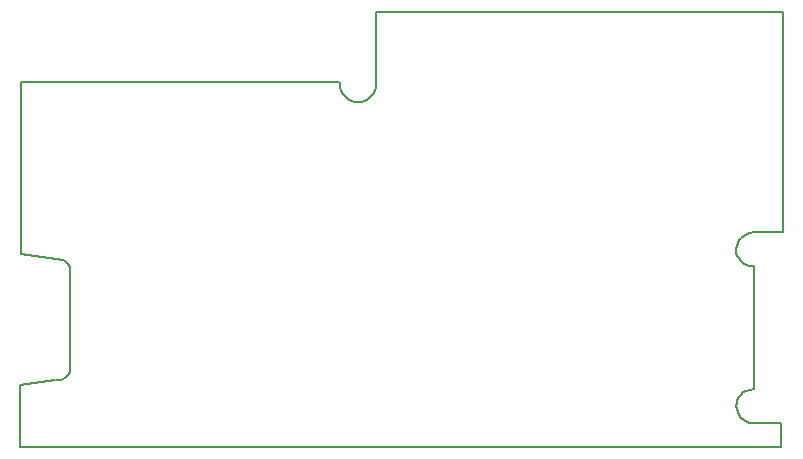
<source format=gbr>
G04 #@! TF.GenerationSoftware,KiCad,Pcbnew,(5.99.0-10628-ga06f965ffa)*
G04 #@! TF.CreationDate,2021-12-04T20:30:47+01:00*
G04 #@! TF.ProjectId,MAN Adapterplatine,4d414e20-4164-4617-9074-6572706c6174,1.1*
G04 #@! TF.SameCoordinates,Original*
G04 #@! TF.FileFunction,Profile,NP*
%FSLAX46Y46*%
G04 Gerber Fmt 4.6, Leading zero omitted, Abs format (unit mm)*
G04 Created by KiCad (PCBNEW (5.99.0-10628-ga06f965ffa)) date 2021-12-04 20:30:47*
%MOMM*%
%LPD*%
G01*
G04 APERTURE LIST*
G04 #@! TA.AperFunction,Profile*
%ADD10C,0.200000*%
G04 #@! TD*
%ADD11C,0.200000*%
G04 APERTURE END LIST*
D10*
X153543107Y-83979600D02*
X155963752Y-83979600D01*
X121525121Y-65345130D02*
X121525121Y-71256166D01*
X155963752Y-83979600D02*
X155963752Y-65345130D01*
D11*
X121525121Y-71256166D02*
X121490652Y-71640992D01*
X121393242Y-71976880D01*
X121241882Y-72263322D01*
X121045563Y-72499810D01*
X120813278Y-72685835D01*
X120554017Y-72820889D01*
X120276773Y-72904463D01*
X119990537Y-72936049D01*
X119704301Y-72915139D01*
X119427057Y-72841224D01*
X119167796Y-72713796D01*
X118935511Y-72532346D01*
X118739192Y-72296367D01*
X118587832Y-72005349D01*
X118490422Y-71658785D01*
X118455954Y-71256166D01*
D10*
X91396636Y-96887180D02*
X91396636Y-102133576D01*
X91458179Y-71264450D02*
X91458179Y-85822710D01*
X155963752Y-65345130D02*
X121525121Y-65345130D01*
X91458179Y-71264450D02*
X118397694Y-71256166D01*
X95583371Y-87097834D02*
X95583371Y-95604957D01*
X153543107Y-97256423D02*
X153543107Y-86848293D01*
D11*
X153543107Y-86848293D02*
X153174593Y-86816076D01*
X152857930Y-86725028D01*
X152592535Y-86583555D01*
X152377826Y-86400059D01*
X152213222Y-86182946D01*
X152098141Y-85940620D01*
X152032002Y-85681485D01*
X152014221Y-85413946D01*
X152044219Y-85146407D01*
X152121412Y-84887272D01*
X152245220Y-84644946D01*
X152415059Y-84427833D01*
X152630350Y-84244337D01*
X152890509Y-84102864D01*
X153194955Y-84011816D01*
X153543107Y-83979600D01*
X94400000Y-86202791D02*
X94601590Y-86231421D01*
X94806401Y-86270447D01*
X95005154Y-86326564D01*
X95188574Y-86406467D01*
X95382151Y-86549994D01*
X95519155Y-86754222D01*
X95575849Y-86970097D01*
X95583371Y-87097834D01*
D10*
X155836162Y-100131562D02*
X153543107Y-100131562D01*
X91396636Y-96887180D02*
X94333153Y-96508966D01*
X91396636Y-102133576D02*
X155836162Y-102133576D01*
D11*
X153543107Y-100131562D02*
X153193277Y-100099272D01*
X152888480Y-100008020D01*
X152629059Y-99866229D01*
X152415361Y-99682321D01*
X152247730Y-99464720D01*
X152126513Y-99221850D01*
X152052056Y-98962132D01*
X152024703Y-98693992D01*
X152044800Y-98425852D01*
X152112692Y-98166134D01*
X152228726Y-97923264D01*
X152393247Y-97705663D01*
X152606599Y-97521755D01*
X152869130Y-97379964D01*
X153181184Y-97288712D01*
X153543107Y-97256423D01*
D10*
X91458179Y-85822710D02*
X94394695Y-86200925D01*
X155836162Y-102133576D02*
X155836162Y-100131562D01*
D11*
X94400000Y-96500000D02*
X94601590Y-96471370D01*
X94806401Y-96432344D01*
X95005154Y-96376226D01*
X95188574Y-96296324D01*
X95382151Y-96152797D01*
X95519155Y-95948568D01*
X95575849Y-95732693D01*
X95583371Y-95604957D01*
M02*

</source>
